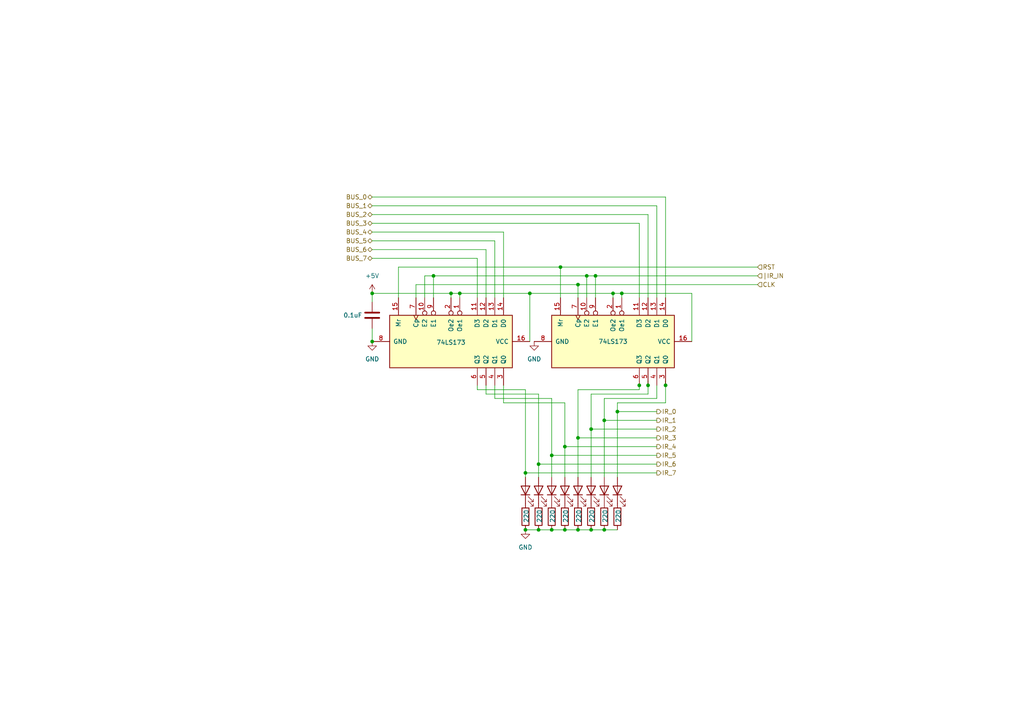
<source format=kicad_sch>
(kicad_sch (version 20231120) (generator "eeschema") (generator_version "8.0")
  (paper "A4")
  (lib_symbols
    (symbol "74xx:74LS173" (pin_names (offset 1.016))
      (property "Reference" "U" (at -7.62 19.05 0))
      (property "Value" "74LS173" (at -7.62 -19.05 0))
      (symbol "74LS173_1_0"
        (pin input inverted (at -12.7 2.54 0) (length 5.08) (name "Oe1") (number "1"))
        (pin input inverted (at -12.7 -7.62 0) (length 5.08) (name "E2") (number "10"))
        (pin input line (at -12.7 7.62 0) (length 5.08) (name "D3") (number "11"))
        (pin input line (at -12.7 10.16 0) (length 5.08) (name "D2") (number "12"))
        (pin input line (at -12.7 12.7 0) (length 5.08) (name "D1") (number "13"))
        (pin input line (at -12.7 15.24 0) (length 5.08) (name "D0") (number "14"))
        (pin input line (at -12.7 -15.24 0) (length 5.08) (name "Mr") (number "15"))
        (pin power_in line (at 0 22.86 270) (length 5.08) (name "VCC") (number "16"))
        (pin input inverted (at -12.7 0 0) (length 5.08) (name "Oe2") (number "2"))
        (pin tri_state line (at 12.7 15.24 180) (length 5.08) (name "Q0") (number "3"))
        (pin tri_state line (at 12.7 12.7 180) (length 5.08) (name "Q1") (number "4"))
        (pin tri_state line (at 12.7 10.16 180) (length 5.08) (name "Q2") (number "5"))
        (pin tri_state line (at 12.7 7.62 180) (length 5.08) (name "Q3") (number "6"))
        (pin input clock (at -12.7 -10.16 0) (length 5.08) (name "Cp") (number "7"))
        (pin power_in line (at 0 -22.86 90) (length 5.08) (name "GND") (number "8"))
        (pin input inverted (at -12.7 -5.08 0) (length 5.08) (name "E1") (number "9"))
      )
      (symbol "74LS173_1_1"
        (rectangle (start -7.62 17.78) (end 7.62 -17.78) (stroke (width 0.254)) (fill (type background)))
      )
    )
    (symbol "Device:C" (pin_numbers hide) (pin_names (offset 0.254))
      (property "Reference" "C" (at 0.635 2.54 0))
      (property "Value" "C" (at 0.635 -2.54 0))
      (symbol "C_0_1"
        (polyline (pts (xy -2.032 -0.762) (xy 2.032 -0.762)) (stroke (width 0.508)))
        (polyline (pts (xy -2.032 0.762) (xy 2.032 0.762)) (stroke (width 0.508)))
      )
      (symbol "C_1_1"
        (pin passive line (at 0 3.81 270) (length 2.794) (name "~") (number "1"))
        (pin passive line (at 0 -3.81 90) (length 2.794) (name "~") (number "2"))
      )
    )
    (symbol "Device:LED" (pin_numbers hide) (pin_names (offset 1.016) hide)
      (property "Reference" "D" (at 0 2.54 0))
      (property "Value" "LED" (at 0 -2.54 0))
      (symbol "LED_0_1"
        (polyline (pts (xy -1.27 -1.27) (xy -1.27 1.27)) (stroke (width 0.254)))
        (polyline (pts (xy -1.27 0) (xy 1.27 0)))
        (polyline (pts (xy 1.27 -1.27) (xy 1.27 1.27) (xy -1.27 0) (xy 1.27 -1.27)) (stroke (width 0.254)))
        (polyline (pts (xy -3.048 -0.762) (xy -4.572 -2.286) (xy -3.81 -2.286) (xy -4.572 -2.286) (xy -4.572 -1.524)))
        (polyline (pts (xy -1.778 -0.762) (xy -3.302 -2.286) (xy -2.54 -2.286) (xy -3.302 -2.286) (xy -3.302 -1.524)))
      )
      (symbol "LED_1_1"
        (pin passive line (at -3.81 0 0) (length 2.54) (name "K") (number "1"))
        (pin passive line (at 3.81 0 180) (length 2.54) (name "A") (number "2"))
      )
    )
    (symbol "Device:R" (pin_numbers hide) (pin_names (offset 0))
      (property "Reference" "R" (at 2.032 0 90))
      (property "Value" "R" (at 0 0 90))
      (symbol "R_0_1"
        (rectangle (start -1.016 -2.54) (end 1.016 2.54) (stroke (width 0.254)))
      )
      (symbol "R_1_1"
        (pin passive line (at 0 3.81 270) (length 1.27) (name "~") (number "1"))
        (pin passive line (at 0 -3.81 90) (length 1.27) (name "~") (number "2"))
      )
    )
    (symbol "power:+5V" (power) (pin_numbers hide) (pin_names (offset 0) hide)
      (property "Value" "+5V" (at 0 3.556 0))
      (symbol "+5V_0_1"
        (polyline (pts (xy -0.762 1.27) (xy 0 2.54)))
        (polyline (pts (xy 0 0) (xy 0 2.54)))
        (polyline (pts (xy 0 2.54) (xy 0.762 1.27)))
      )
      (symbol "+5V_1_1"
        (pin power_in line (at 0 0 90) (length 0) (name "~") (number "1"))
      )
    )
    (symbol "power:GND" (power) (pin_numbers hide) (pin_names (offset 0) hide)
      (property "Value" "GND" (at 0 -3.81 0))
      (symbol "GND_0_1"
        (polyline (pts (xy 0 0) (xy 0 -1.27) (xy 1.27 -1.27) (xy 0 -2.54) (xy -1.27 -1.27) (xy 0 -1.27)))
      )
      (symbol "GND_1_1"
        (pin power_in line (at 0 0 270) (length 0) (name "~") (number "1"))
      )
    )
  )
  (junction (at 156.21 153.67))
  (junction (at 152.4 153.67))
  (junction (at 162.56 77.47))
  (junction (at 175.26 121.92))
  (junction (at 185.42 111.76))
  (junction (at 172.72 80.01))
  (junction (at 175.26 153.67))
  (junction (at 160.02 132.08))
  (junction (at 152.4 137.16))
  (junction (at 130.81 85.09))
  (junction (at 153.67 85.09))
  (junction (at 167.64 153.67))
  (junction (at 180.34 85.09))
  (junction (at 171.45 153.67))
  (junction (at 193.04 111.76))
  (junction (at 163.83 153.67))
  (junction (at 160.02 153.67))
  (junction (at 107.95 99.06))
  (junction (at 133.35 85.09))
  (junction (at 170.18 80.01))
  (junction (at 179.07 119.38))
  (junction (at 171.45 124.46))
  (junction (at 163.83 129.54))
  (junction (at 156.21 134.62))
  (junction (at 167.64 82.55))
  (junction (at 177.8 85.09))
  (junction (at 187.96 111.76))
  (junction (at 125.73 80.01))
  (junction (at 107.95 85.09))
  (junction (at 167.64 127))
  (wire (pts (xy 163.83 116.84) (xy 146.05 116.84)))
  (wire (pts (xy 107.95 85.09) (xy 107.95 87.63)))
  (wire (pts (xy 170.18 80.01) (xy 170.18 86.36)))
  (wire (pts (xy 171.45 124.46) (xy 190.5 124.46)))
  (wire (pts (xy 167.64 82.55) (xy 167.64 86.36)))
  (wire (pts (xy 193.04 110.49) (xy 193.04 111.76)))
  (wire (pts (xy 187.96 110.49) (xy 187.96 111.76)))
  (wire (pts (xy 177.8 85.09) (xy 177.8 86.36)))
  (wire (pts (xy 200.66 99.06) (xy 200.66 85.09)))
  (wire (pts (xy 143.51 115.57) (xy 143.51 111.76)))
  (wire (pts (xy 152.4 153.67) (xy 156.21 153.67)))
  (wire (pts (xy 179.07 119.38) (xy 179.07 138.43)))
  (wire (pts (xy 175.26 121.92) (xy 175.26 138.43)))
  (wire (pts (xy 107.95 57.15) (xy 193.04 57.15)))
  (wire (pts (xy 177.8 85.09) (xy 180.34 85.09)))
  (wire (pts (xy 143.51 69.85) (xy 143.51 86.36)))
  (wire (pts (xy 171.45 124.46) (xy 171.45 138.43)))
  (wire (pts (xy 175.26 115.57) (xy 175.26 121.92)))
  (wire (pts (xy 172.72 80.01) (xy 170.18 80.01)))
  (wire (pts (xy 179.07 116.84) (xy 193.04 116.84)))
  (wire (pts (xy 138.43 74.93) (xy 138.43 86.36)))
  (wire (pts (xy 167.64 127) (xy 190.5 127)))
  (wire (pts (xy 130.81 85.09) (xy 130.81 86.36)))
  (wire (pts (xy 107.95 67.31) (xy 146.05 67.31)))
  (wire (pts (xy 130.81 85.09) (xy 133.35 85.09)))
  (wire (pts (xy 175.26 115.57) (xy 190.5 115.57)))
  (wire (pts (xy 185.42 110.49) (xy 185.42 111.76)))
  (wire (pts (xy 190.5 115.57) (xy 190.5 111.76)))
  (wire (pts (xy 185.42 113.03) (xy 185.42 111.76)))
  (wire (pts (xy 167.64 82.55) (xy 219.71 82.55)))
  (wire (pts (xy 170.18 80.01) (xy 125.73 80.01)))
  (wire (pts (xy 167.64 82.55) (xy 120.65 82.55)))
  (wire (pts (xy 190.5 59.69) (xy 190.5 86.36)))
  (wire (pts (xy 107.95 64.77) (xy 185.42 64.77)))
  (wire (pts (xy 187.96 114.3) (xy 187.96 111.76)))
  (wire (pts (xy 163.83 129.54) (xy 190.5 129.54)))
  (wire (pts (xy 167.64 113.03) (xy 167.64 127)))
  (wire (pts (xy 140.97 111.76) (xy 140.97 114.3)))
  (wire (pts (xy 162.56 77.47) (xy 219.71 77.47)))
  (wire (pts (xy 125.73 80.01) (xy 123.19 80.01)))
  (wire (pts (xy 163.83 116.84) (xy 163.83 129.54)))
  (wire (pts (xy 167.64 127) (xy 167.64 138.43)))
  (wire (pts (xy 160.02 115.57) (xy 143.51 115.57)))
  (wire (pts (xy 107.95 62.23) (xy 187.96 62.23)))
  (wire (pts (xy 171.45 153.67) (xy 175.26 153.67)))
  (wire (pts (xy 179.07 119.38) (xy 190.5 119.38)))
  (wire (pts (xy 156.21 114.3) (xy 156.21 134.62)))
  (wire (pts (xy 153.67 85.09) (xy 177.8 85.09)))
  (wire (pts (xy 162.56 77.47) (xy 162.56 86.36)))
  (wire (pts (xy 107.95 85.09) (xy 130.81 85.09)))
  (wire (pts (xy 152.4 113.03) (xy 152.4 137.16)))
  (wire (pts (xy 171.45 114.3) (xy 187.96 114.3)))
  (wire (pts (xy 160.02 132.08) (xy 190.5 132.08)))
  (wire (pts (xy 172.72 80.01) (xy 172.72 86.36)))
  (wire (pts (xy 156.21 114.3) (xy 140.97 114.3)))
  (wire (pts (xy 167.64 113.03) (xy 185.42 113.03)))
  (wire (pts (xy 160.02 153.67) (xy 163.83 153.67)))
  (wire (pts (xy 107.95 59.69) (xy 190.5 59.69)))
  (wire (pts (xy 167.64 153.67) (xy 171.45 153.67)))
  (wire (pts (xy 152.4 113.03) (xy 138.43 113.03)))
  (wire (pts (xy 175.26 153.67) (xy 179.07 153.67)))
  (wire (pts (xy 175.26 121.92) (xy 190.5 121.92)))
  (wire (pts (xy 138.43 113.03) (xy 138.43 111.76)))
  (wire (pts (xy 193.04 111.76) (xy 193.04 116.84)))
  (wire (pts (xy 156.21 153.67) (xy 160.02 153.67)))
  (wire (pts (xy 120.65 82.55) (xy 120.65 86.36)))
  (wire (pts (xy 187.96 62.23) (xy 187.96 86.36)))
  (wire (pts (xy 140.97 72.39) (xy 140.97 86.36)))
  (wire (pts (xy 171.45 114.3) (xy 171.45 124.46)))
  (wire (pts (xy 107.95 74.93) (xy 138.43 74.93)))
  (wire (pts (xy 152.4 137.16) (xy 190.5 137.16)))
  (wire (pts (xy 179.07 116.84) (xy 179.07 119.38)))
  (wire (pts (xy 133.35 85.09) (xy 133.35 86.36)))
  (wire (pts (xy 115.57 77.47) (xy 162.56 77.47)))
  (wire (pts (xy 163.83 129.54) (xy 163.83 138.43)))
  (wire (pts (xy 153.67 85.09) (xy 153.67 99.06)))
  (wire (pts (xy 180.34 85.09) (xy 180.34 86.36)))
  (wire (pts (xy 107.95 95.25) (xy 107.95 99.06)))
  (wire (pts (xy 125.73 80.01) (xy 125.73 86.36)))
  (wire (pts (xy 133.35 85.09) (xy 153.67 85.09)))
  (wire (pts (xy 152.4 137.16) (xy 152.4 138.43)))
  (wire (pts (xy 163.83 153.67) (xy 167.64 153.67)))
  (wire (pts (xy 172.72 80.01) (xy 219.71 80.01)))
  (wire (pts (xy 146.05 111.76) (xy 146.05 116.84)))
  (wire (pts (xy 160.02 132.08) (xy 160.02 138.43)))
  (wire (pts (xy 160.02 115.57) (xy 160.02 132.08)))
  (wire (pts (xy 146.05 67.31) (xy 146.05 86.36)))
  (wire (pts (xy 200.66 85.09) (xy 180.34 85.09)))
  (wire (pts (xy 185.42 64.77) (xy 185.42 86.36)))
  (wire (pts (xy 156.21 134.62) (xy 156.21 138.43)))
  (wire (pts (xy 107.95 72.39) (xy 140.97 72.39)))
  (wire (pts (xy 115.57 77.47) (xy 115.57 86.36)))
  (wire (pts (xy 193.04 57.15) (xy 193.04 86.36)))
  (wire (pts (xy 156.21 134.62) (xy 190.5 134.62)))
  (wire (pts (xy 123.19 80.01) (xy 123.19 86.36)))
  (wire (pts (xy 107.95 69.85) (xy 143.51 69.85)))
  (hierarchical_label "IR_4" (shape output) (at 190.5 129.54 0))
  (hierarchical_label "BUS_1" (shape bidirectional) (at 107.95 59.69 180))
  (hierarchical_label "IR_0" (shape output) (at 190.5 119.38 0))
  (hierarchical_label "BUS_7" (shape bidirectional) (at 107.95 74.93 180))
  (hierarchical_label "BUS_3" (shape bidirectional) (at 107.95 64.77 180))
  (hierarchical_label "IR_2" (shape output) (at 190.5 124.46 0))
  (hierarchical_label "BUS_4" (shape bidirectional) (at 107.95 67.31 180))
  (hierarchical_label "BUS_2" (shape bidirectional) (at 107.95 62.23 180))
  (hierarchical_label "RST" (shape input) (at 219.71 77.47 0))
  (hierarchical_label "IR_1" (shape output) (at 190.5 121.92 0))
  (hierarchical_label "BUS_5" (shape bidirectional) (at 107.95 69.85 180))
  (hierarchical_label "|IR_IN" (shape input) (at 219.71 80.01 0))
  (hierarchical_label "IR_5" (shape output) (at 190.5 132.08 0))
  (hierarchical_label "IR_6" (shape output) (at 190.5 134.62 0))
  (hierarchical_label "IR_7" (shape output) (at 190.5 137.16 0))
  (hierarchical_label "IR_3" (shape output) (at 190.5 127 0))
  (hierarchical_label "BUS_0" (shape bidirectional) (at 107.95 57.15 180))
  (hierarchical_label "CLK" (shape input) (at 219.71 82.55 0))
  (hierarchical_label "BUS_6" (shape bidirectional) (at 107.95 72.39 180))
  (symbol (lib_id "Device:LED") (at 152.4 142.24 90) (unit 1)
    (property "Reference" "D1" (effects (hide yes)))
    (property "Value" "LED" (effects (hide yes)))
    (property "Description" "Light emitting diode" (effects (hide yes)))
  )
  (symbol (lib_id "74xx:74LS173") (at 130.81 99.06 270) (unit 1)
    (property "Reference" "U1" (effects (hide yes)))
    (property "Value" "74LS173" (at 130.81 99.314 90))
    (property "Datasheet" "http://www.ti.com/lit/gpn/sn74LS173" (effects (hide yes)))
    (property "Description" "4-bit D-type Register, 3 state out" (effects (hide yes)))
  )
  (symbol (lib_id "Device:R") (at 156.21 149.86 0) (unit 1)
    (property "Reference" "R2" (effects (hide yes)))
    (property "Value" "220" (at 156.464 151.638 90) (effects (justify left)))
    (property "Description" "Resistor" (effects (hide yes)))
  )
  (symbol (lib_id "Device:LED") (at 163.83 142.24 90) (unit 1)
    (property "Reference" "D4" (effects (hide yes)))
    (property "Value" "LED" (effects (hide yes)))
    (property "Description" "Light emitting diode" (effects (hide yes)))
  )
  (symbol (lib_id "74xx:74LS173") (at 177.8 99.06 270) (unit 1)
    (property "Reference" "U2" (effects (hide yes)))
    (property "Value" "74LS173" (at 177.8 99.06 90))
    (property "Datasheet" "http://www.ti.com/lit/gpn/sn74LS173" (effects (hide yes)))
    (property "Description" "4-bit D-type Register, 3 state out" (effects (hide yes)))
  )
  (symbol (lib_id "Device:R") (at 160.02 149.86 0) (unit 1)
    (property "Reference" "R3" (effects (hide yes)))
    (property "Value" "220" (at 160.274 151.638 90) (effects (justify left)))
    (property "Description" "Resistor" (effects (hide yes)))
  )
  (symbol (lib_id "power:GND") (at 154.94 99.06 0) (unit 1)
    (property "Reference" "#PWR04" (effects (hide yes)))
    (property "Value" "GND" (at 154.94 104.14 0))
    (property "Description" "Power symbol creates a global label with name \"GND\" , ground" (effects (hide yes)))
  )
  (symbol (lib_id "Device:R") (at 152.4 149.86 0) (unit 1)
    (property "Reference" "R1" (effects (hide yes)))
    (property "Value" "220" (at 152.654 151.638 90) (effects (justify left)))
    (property "Description" "Resistor" (effects (hide yes)))
  )
  (symbol (lib_id "Device:R") (at 175.26 149.86 0) (unit 1)
    (property "Reference" "R7" (effects (hide yes)))
    (property "Value" "220" (at 175.514 151.638 90) (effects (justify left)))
    (property "Description" "Resistor" (effects (hide yes)))
  )
  (symbol (lib_id "Device:C") (at 107.95 91.44 0) (unit 1)
    (property "Reference" "C1" (effects (hide yes)))
    (property "Value" "0.1uF" (at 99.568 91.44 0) (effects (justify left)))
    (property "Description" "Unpolarized capacitor" (effects (hide yes)))
  )
  (symbol (lib_id "Device:LED") (at 160.02 142.24 90) (unit 1)
    (property "Reference" "D3" (effects (hide yes)))
    (property "Value" "LED" (effects (hide yes)))
    (property "Description" "Light emitting diode" (effects (hide yes)))
  )
  (symbol (lib_id "power:GND") (at 152.4 153.67 0) (unit 1)
    (property "Reference" "#PWR03" (effects (hide yes)))
    (property "Value" "GND" (at 152.4 158.75 0))
    (property "Description" "Power symbol creates a global label with name \"GND\" , ground" (effects (hide yes)))
  )
  (symbol (lib_id "Device:LED") (at 179.07 142.24 90) (unit 1)
    (property "Reference" "D8" (effects (hide yes)))
    (property "Value" "LED" (effects (hide yes)))
    (property "Description" "Light emitting diode" (effects (hide yes)))
  )
  (symbol (lib_id "Device:R") (at 167.64 149.86 0) (unit 1)
    (property "Reference" "R5" (effects (hide yes)))
    (property "Value" "220" (at 167.894 151.638 90) (effects (justify left)))
    (property "Description" "Resistor" (effects (hide yes)))
  )
  (symbol (lib_id "Device:R") (at 171.45 149.86 0) (unit 1)
    (property "Reference" "R6" (effects (hide yes)))
    (property "Value" "220" (at 171.704 151.638 90) (effects (justify left)))
    (property "Description" "Resistor" (effects (hide yes)))
  )
  (symbol (lib_id "Device:LED") (at 175.26 142.24 90) (unit 1)
    (property "Reference" "D7" (effects (hide yes)))
    (property "Value" "LED" (effects (hide yes)))
    (property "Description" "Light emitting diode" (effects (hide yes)))
  )
  (symbol (lib_id "Device:R") (at 163.83 149.86 0) (unit 1)
    (property "Reference" "R4" (effects (hide yes)))
    (property "Value" "220" (at 164.084 151.638 90) (effects (justify left)))
    (property "Description" "Resistor" (effects (hide yes)))
  )
  (symbol (lib_id "Device:LED") (at 156.21 142.24 90) (unit 1)
    (property "Reference" "D2" (effects (hide yes)))
    (property "Value" "LED" (effects (hide yes)))
    (property "Description" "Light emitting diode" (effects (hide yes)))
  )
  (symbol (lib_id "power:GND") (at 107.95 99.06 0) (unit 1)
    (property "Reference" "#PWR01" (effects (hide yes)))
    (property "Value" "GND" (at 107.95 104.14 0))
    (property "Description" "Power symbol creates a global label with name \"GND\" , ground" (effects (hide yes)))
  )
  (symbol (lib_id "Device:R") (at 179.07 149.86 0) (unit 1)
    (property "Reference" "R8" (effects (hide yes)))
    (property "Value" "220" (at 179.324 151.638 90) (effects (justify left)))
    (property "Description" "Resistor" (effects (hide yes)))
  )
  (symbol (lib_id "power:+5V") (at 107.95 85.09 0) (unit 1)
    (property "Reference" "#PWR02" (effects (hide yes)))
    (property "Value" "+5V" (at 107.95 80.01 0))
    (property "Description" "Power symbol creates a global label with name \"+5V\"" (effects (hide yes)))
  )
  (symbol (lib_id "Device:LED") (at 171.45 142.24 90) (unit 1)
    (property "Reference" "D6" (effects (hide yes)))
    (property "Value" "LED" (effects (hide yes)))
    (property "Description" "Light emitting diode" (effects (hide yes)))
  )
  (symbol (lib_id "Device:LED") (at 167.64 142.24 90) (unit 1)
    (property "Reference" "D5" (effects (hide yes)))
    (property "Value" "LED" (effects (hide yes)))
    (property "Description" "Light emitting diode" (effects (hide yes)))
  )
)
</source>
